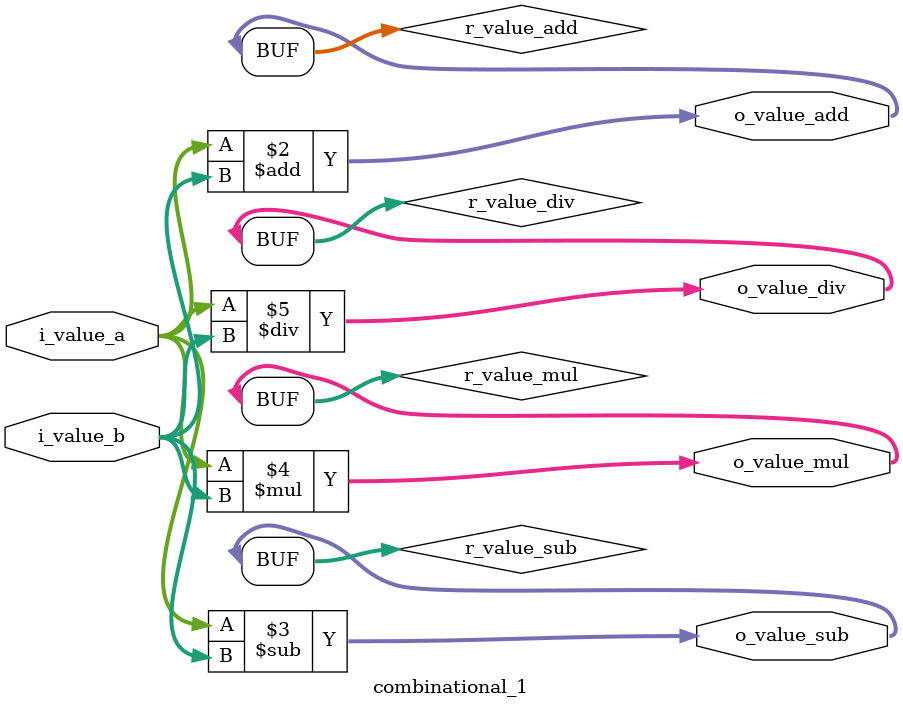
<source format=v>
`timescale 1ns / 1ps

module combinational_1(
    input	[7:0] i_value_a,
    input	[7:0] i_value_b,
    output	[7:0] o_value_add,
    output	[7:0] o_value_sub,
    output	[7:0] o_value_mul,
    output	[7:0] o_value_div	);

    reg  [7:0] r_value_add;
    reg  [7:0] r_value_sub;
    reg  [7:0] r_value_mul;
    reg  [7:0] r_value_div;

    always @(*) begin
        r_value_add = i_value_a + i_value_b;
        r_value_sub = i_value_a - i_value_b;
        r_value_mul = i_value_a * i_value_b;
        r_value_div = i_value_a / i_value_b;
    end

    assign o_value_add = r_value_add;
    assign o_value_sub = r_value_sub;
    assign o_value_mul = r_value_mul;
    assign o_value_div = r_value_div; 

endmodule

</source>
